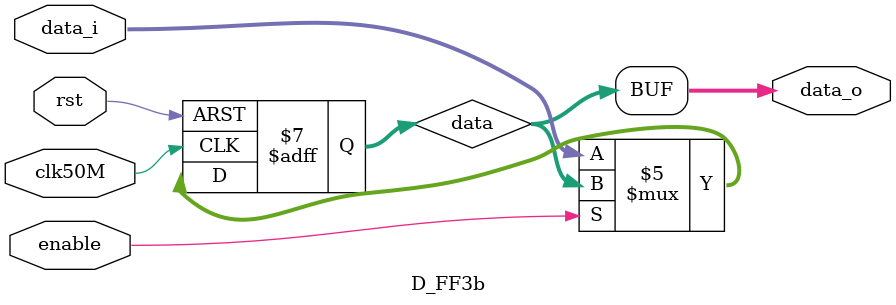
<source format=sv>
module D_FF3b
#(parameter WIDTH=3) // fill number of bits 
(
	input logic clk50M, rst, enable,
	input logic [WIDTH-1:0] data_i,
	output logic [WIDTH-1:0] data_o
);

/*logic clk;
clk_1Hz clk1hz ( .clk50M(clk50M), .clk(clk));*/

reg [WIDTH-1:0] data;
always_ff@ (posedge clk50M or negedge rst) 
	if (!rst) begin
		data <= 0;
	end else 
	if (!enable) begin
		data <= data_i;
	end else begin
		data <= data;
	end
assign data_o=data;
endmodule 
</source>
